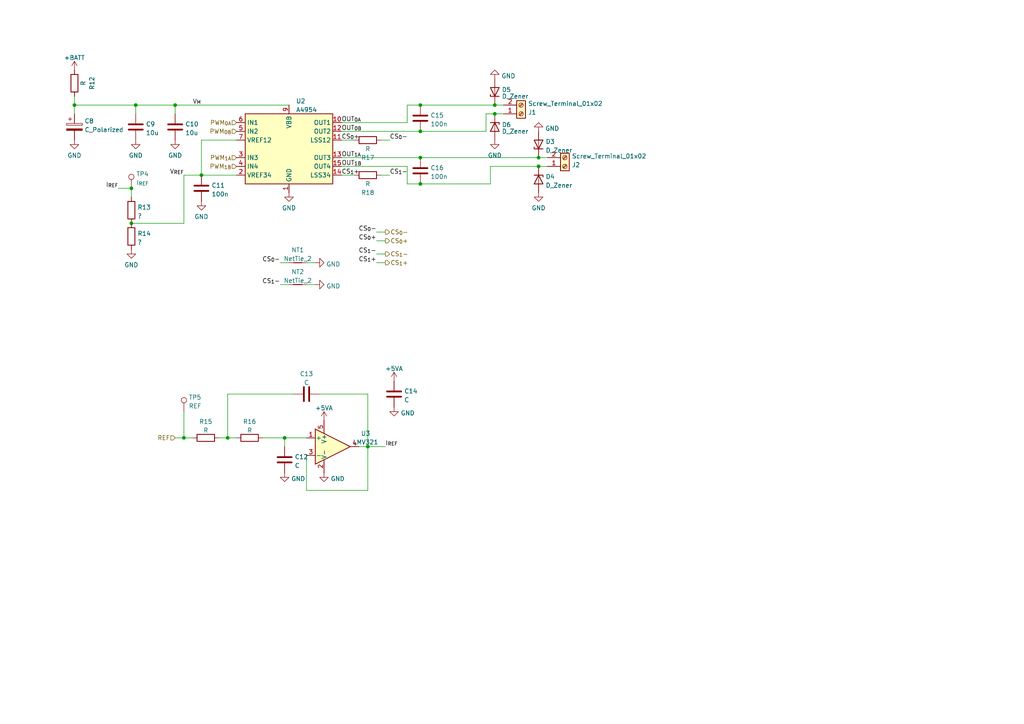
<source format=kicad_sch>
(kicad_sch (version 20230121) (generator eeschema)
  (paper "A4")
  (lib_symbols
    (symbol "Amplifier_Operational:LMV321" (pin_names (offset 0.127))
      (property "Reference" "U" (at 0 5.08 0))
      (property "Value" "LMV321" (at 0 -5.08 0))
      (symbol "LMV321_0_1"
        (polyline (pts (xy -5.08 5.08) (xy 5.08 0) (xy -5.08 -5.08) (xy -5.08 5.08)) (stroke (width 0.254)) (fill (type background)))
        (pin power_in line (at -2.54 -7.62 90) (length 3.81) (name "V-") (number "2"))
        (pin power_in line (at -2.54 7.62 270) (length 3.81) (name "V+") (number "5"))
      )
      (symbol "LMV321_1_1"
        (pin input line (at -7.62 2.54 0) (length 2.54) (name "+") (number "1"))
        (pin input line (at -7.62 -2.54 0) (length 2.54) (name "-") (number "3"))
        (pin output line (at 7.62 0 180) (length 2.54) (name "~") (number "4"))
      )
    )
    (symbol "Connector:Screw_Terminal_01x02" (pin_names (offset 1.016) hide)
      (property "Reference" "J" (at 0 2.54 0))
      (property "Value" "Screw_Terminal_01x02" (at 0 -5.08 0))
      (symbol "Screw_Terminal_01x02_1_1"
        (rectangle (start -1.27 1.27) (end 1.27 -3.81) (stroke (width 0.254)) (fill (type background)))
        (circle (center 0 -2.54) (radius 0.635) (stroke (width 0.1524)))
        (polyline (pts (xy -0.5334 -2.2098) (xy 0.3302 -3.048)) (stroke (width 0.1524)))
        (polyline (pts (xy -0.5334 0.3302) (xy 0.3302 -0.508)) (stroke (width 0.1524)))
        (polyline (pts (xy -0.3556 -2.032) (xy 0.508 -2.8702)) (stroke (width 0.1524)))
        (polyline (pts (xy -0.3556 0.508) (xy 0.508 -0.3302)) (stroke (width 0.1524)))
        (circle (center 0 0) (radius 0.635) (stroke (width 0.1524)))
        (pin passive line (at -5.08 0 0) (length 3.81) (name "Pin_1") (number "1"))
        (pin passive line (at -5.08 -2.54 0) (length 3.81) (name "Pin_2") (number "2"))
      )
    )
    (symbol "Connector:TestPoint" (pin_numbers hide) (pin_names (offset 0.762) hide)
      (property "Reference" "TP" (at 0 6.858 0))
      (property "Value" "TestPoint" (at 0 5.08 0))
      (symbol "TestPoint_0_1"
        (circle (center 0 3.302) (radius 0.762))
      )
      (symbol "TestPoint_1_1"
        (pin passive line (at 0 0 90) (length 2.54) (name "1") (number "1"))
      )
    )
    (symbol "Device:C" (pin_numbers hide) (pin_names (offset 0.254))
      (property "Reference" "C" (at 0.635 2.54 0))
      (property "Value" "C" (at 0.635 -2.54 0))
      (symbol "C_0_1"
        (polyline (pts (xy -2.032 -0.762) (xy 2.032 -0.762)) (stroke (width 0.508)))
        (polyline (pts (xy -2.032 0.762) (xy 2.032 0.762)) (stroke (width 0.508)))
      )
      (symbol "C_1_1"
        (pin passive line (at 0 3.81 270) (length 2.794) (name "~") (number "1"))
        (pin passive line (at 0 -3.81 90) (length 2.794) (name "~") (number "2"))
      )
    )
    (symbol "Device:C_Polarized" (pin_numbers hide) (pin_names (offset 0.254))
      (property "Reference" "C" (at 0.635 2.54 0))
      (property "Value" "C_Polarized" (at 0.635 -2.54 0))
      (symbol "C_Polarized_0_1"
        (rectangle (start -2.286 0.508) (end 2.286 1.016))
        (polyline (pts (xy -1.778 2.286) (xy -0.762 2.286)))
        (polyline (pts (xy -1.27 2.794) (xy -1.27 1.778)))
        (rectangle (start 2.286 -0.508) (end -2.286 -1.016) (fill (type outline)))
      )
      (symbol "C_Polarized_1_1"
        (pin passive line (at 0 3.81 270) (length 2.794) (name "~") (number "1"))
        (pin passive line (at 0 -3.81 90) (length 2.794) (name "~") (number "2"))
      )
    )
    (symbol "Device:D_Zener" (pin_numbers hide) (pin_names (offset 1.016) hide)
      (property "Reference" "D" (at 0 2.54 0))
      (property "Value" "D_Zener" (at 0 -2.54 0))
      (symbol "D_Zener_0_1"
        (polyline (pts (xy 1.27 0) (xy -1.27 0)))
        (polyline (pts (xy -1.27 -1.27) (xy -1.27 1.27) (xy -0.762 1.27)) (stroke (width 0.254)))
        (polyline (pts (xy 1.27 -1.27) (xy 1.27 1.27) (xy -1.27 0) (xy 1.27 -1.27)) (stroke (width 0.254)))
      )
      (symbol "D_Zener_1_1"
        (pin passive line (at -3.81 0 0) (length 2.54) (name "K") (number "1"))
        (pin passive line (at 3.81 0 180) (length 2.54) (name "A") (number "2"))
      )
    )
    (symbol "Device:NetTie_2" (pin_numbers hide) (pin_names (offset 0) hide)
      (property "Reference" "NT" (at 0 1.27 0))
      (property "Value" "NetTie_2" (at 0 -1.27 0))
      (symbol "NetTie_2_0_1"
        (polyline (pts (xy -1.27 0) (xy 1.27 0)) (stroke (width 0.254)))
      )
      (symbol "NetTie_2_1_1"
        (pin passive line (at -2.54 0 0) (length 2.54) (name "1") (number "1"))
        (pin passive line (at 2.54 0 180) (length 2.54) (name "2") (number "2"))
      )
    )
    (symbol "Device:R" (pin_numbers hide) (pin_names (offset 0))
      (property "Reference" "R" (at 2.032 0 90))
      (property "Value" "R" (at 0 0 90))
      (symbol "R_0_1"
        (rectangle (start -1.016 -2.54) (end 1.016 2.54) (stroke (width 0.254)))
      )
      (symbol "R_1_1"
        (pin passive line (at 0 3.81 270) (length 1.27) (name "~") (number "1"))
        (pin passive line (at 0 -3.81 90) (length 1.27) (name "~") (number "2"))
      )
    )
    (symbol "Driver_Motor:A4954"
      (property "Reference" "U" (at -11.43 11.43 0))
      (property "Value" "A4954" (at 10.16 11.43 0))
      (symbol "A4954_0_1"
        (rectangle (start -12.7 10.16) (end 12.7 -10.16) (stroke (width 0.254)) (fill (type background)))
      )
      (symbol "A4954_1_1"
        (pin power_in line (at 0 -12.7 90) (length 2.54) (name "GND") (number "1"))
        (pin power_out line (at 15.24 7.62 180) (length 2.54) (name "OUT1") (number "10"))
        (pin power_in line (at 15.24 2.54 180) (length 2.54) (name "LSS12") (number "11"))
        (pin power_out line (at 15.24 5.08 180) (length 2.54) (name "OUT2") (number "12"))
        (pin power_out line (at 15.24 -2.54 180) (length 2.54) (name "OUT3") (number "13"))
        (pin power_in line (at 15.24 -7.62 180) (length 2.54) (name "LSS34") (number "14"))
        (pin power_out line (at 15.24 -5.08 180) (length 2.54) (name "OUT4") (number "15"))
        (pin passive line (at 0 12.7 270) (length 2.54) hide (name "VBB") (number "16"))
        (pin passive line (at 0 -12.7 90) (length 2.54) hide (name "GND") (number "17"))
        (pin input line (at -15.24 -7.62 0) (length 2.54) (name "VREF34") (number "2"))
        (pin input line (at -15.24 -2.54 0) (length 2.54) (name "IN3") (number "3"))
        (pin input line (at -15.24 -5.08 0) (length 2.54) (name "IN4") (number "4"))
        (pin input line (at -15.24 5.08 0) (length 2.54) (name "IN2") (number "5"))
        (pin input line (at -15.24 7.62 0) (length 2.54) (name "IN1") (number "6"))
        (pin input line (at -15.24 2.54 0) (length 2.54) (name "VREF12") (number "7"))
        (pin passive line (at 0 -12.7 90) (length 2.54) hide (name "GND") (number "8"))
        (pin power_in line (at 0 12.7 270) (length 2.54) (name "VBB") (number "9"))
      )
    )
    (symbol "power:+5VA" (power) (pin_names (offset 0))
      (property "Value" "+5VA" (at 0 3.556 0))
      (symbol "+5VA_0_1"
        (polyline (pts (xy -0.762 1.27) (xy 0 2.54)))
        (polyline (pts (xy 0 0) (xy 0 2.54)))
        (polyline (pts (xy 0 2.54) (xy 0.762 1.27)))
      )
      (symbol "+5VA_1_1"
        (pin power_in line (at 0 0 90) (length 0) hide (name "+5VA") (number "1"))
      )
    )
    (symbol "power:+BATT" (power) (pin_names (offset 0))
      (property "Value" "+BATT" (at 0 3.556 0))
      (symbol "+BATT_0_1"
        (polyline (pts (xy -0.762 1.27) (xy 0 2.54)))
        (polyline (pts (xy 0 0) (xy 0 2.54)))
        (polyline (pts (xy 0 2.54) (xy 0.762 1.27)))
      )
      (symbol "+BATT_1_1"
        (pin power_in line (at 0 0 90) (length 0) hide (name "+BATT") (number "1"))
      )
    )
    (symbol "power:GND" (power) (pin_names (offset 0))
      (property "Value" "GND" (at 0 -3.81 0))
      (symbol "GND_0_1"
        (polyline (pts (xy 0 0) (xy 0 -1.27) (xy 1.27 -1.27) (xy 0 -2.54) (xy -1.27 -1.27) (xy 0 -1.27)))
      )
      (symbol "GND_1_1"
        (pin power_in line (at 0 0 270) (length 0) hide (name "GND") (number "1"))
      )
    )
  )
  (junction (at 121.92 38.1))
  (junction (at 53.34 127))
  (junction (at 106.68 129.54))
  (junction (at 66.04 127))
  (junction (at 58.42 50.8))
  (junction (at 156.21 48.26))
  (junction (at 38.1 64.77))
  (junction (at 121.92 30.48))
  (junction (at 50.8 30.48))
  (junction (at 143.51 33.02))
  (junction (at 39.37 30.48))
  (junction (at 143.51 30.48))
  (junction (at 21.59 30.48))
  (junction (at 121.92 45.72))
  (junction (at 156.21 45.72))
  (junction (at 82.55 127))
  (junction (at 38.1 54.61))
  (junction (at 121.92 53.34))
  (wire (pts (xy 53.34 119.38) (xy 53.34 127)))
  (wire (pts (xy 106.68 114.3) (xy 106.68 129.54)))
  (wire (pts (xy 109.22 76.2) (xy 111.76 76.2)))
  (wire (pts (xy 102.87 50.8) (xy 99.06 50.8)))
  (wire (pts (xy 21.59 27.94) (xy 21.59 30.48)))
  (wire (pts (xy 68.58 40.64) (xy 58.42 40.64)))
  (wire (pts (xy 99.06 38.1) (xy 121.92 38.1)))
  (wire (pts (xy 88.9 82.55) (xy 91.44 82.55)))
  (wire (pts (xy 118.11 30.48) (xy 118.11 35.56)))
  (wire (pts (xy 118.11 48.26) (xy 99.06 48.26)))
  (wire (pts (xy 88.9 76.2) (xy 91.44 76.2)))
  (wire (pts (xy 85.09 114.3) (xy 66.04 114.3)))
  (wire (pts (xy 81.28 82.55) (xy 83.82 82.55)))
  (wire (pts (xy 82.55 127) (xy 88.9 127)))
  (wire (pts (xy 92.71 114.3) (xy 106.68 114.3)))
  (wire (pts (xy 140.97 38.1) (xy 140.97 33.02)))
  (wire (pts (xy 121.92 30.48) (xy 118.11 30.48)))
  (wire (pts (xy 38.1 64.77) (xy 53.34 64.77)))
  (wire (pts (xy 118.11 53.34) (xy 118.11 48.26)))
  (wire (pts (xy 109.22 69.85) (xy 111.76 69.85)))
  (wire (pts (xy 143.51 30.48) (xy 146.05 30.48)))
  (wire (pts (xy 102.87 40.64) (xy 99.06 40.64)))
  (wire (pts (xy 140.97 33.02) (xy 143.51 33.02)))
  (wire (pts (xy 109.22 73.66) (xy 111.76 73.66)))
  (wire (pts (xy 121.92 45.72) (xy 156.21 45.72)))
  (wire (pts (xy 82.55 127) (xy 82.55 129.54)))
  (wire (pts (xy 66.04 127) (xy 68.58 127)))
  (wire (pts (xy 143.51 33.02) (xy 146.05 33.02)))
  (wire (pts (xy 34.29 54.61) (xy 38.1 54.61)))
  (wire (pts (xy 66.04 114.3) (xy 66.04 127)))
  (wire (pts (xy 50.8 30.48) (xy 50.8 33.02)))
  (wire (pts (xy 121.92 30.48) (xy 143.51 30.48)))
  (wire (pts (xy 88.9 142.24) (xy 106.68 142.24)))
  (wire (pts (xy 21.59 30.48) (xy 39.37 30.48)))
  (wire (pts (xy 21.59 30.48) (xy 21.59 33.02)))
  (wire (pts (xy 50.8 30.48) (xy 83.82 30.48)))
  (wire (pts (xy 88.9 132.08) (xy 88.9 142.24)))
  (wire (pts (xy 63.5 127) (xy 66.04 127)))
  (wire (pts (xy 81.28 76.2) (xy 83.82 76.2)))
  (wire (pts (xy 158.75 48.26) (xy 156.21 48.26)))
  (wire (pts (xy 156.21 48.26) (xy 142.24 48.26)))
  (wire (pts (xy 50.8 127) (xy 53.34 127)))
  (wire (pts (xy 106.68 142.24) (xy 106.68 129.54)))
  (wire (pts (xy 53.34 127) (xy 55.88 127)))
  (wire (pts (xy 76.2 127) (xy 82.55 127)))
  (wire (pts (xy 106.68 129.54) (xy 104.14 129.54)))
  (wire (pts (xy 39.37 30.48) (xy 50.8 30.48)))
  (wire (pts (xy 106.68 129.54) (xy 111.76 129.54)))
  (wire (pts (xy 121.92 53.34) (xy 118.11 53.34)))
  (wire (pts (xy 121.92 38.1) (xy 140.97 38.1)))
  (wire (pts (xy 58.42 40.64) (xy 58.42 50.8)))
  (wire (pts (xy 142.24 48.26) (xy 142.24 53.34)))
  (wire (pts (xy 53.34 50.8) (xy 53.34 64.77)))
  (wire (pts (xy 39.37 30.48) (xy 39.37 33.02)))
  (wire (pts (xy 118.11 35.56) (xy 99.06 35.56)))
  (wire (pts (xy 109.22 67.31) (xy 111.76 67.31)))
  (wire (pts (xy 121.92 53.34) (xy 142.24 53.34)))
  (wire (pts (xy 113.03 50.8) (xy 110.49 50.8)))
  (wire (pts (xy 156.21 45.72) (xy 158.75 45.72)))
  (wire (pts (xy 99.06 45.72) (xy 121.92 45.72)))
  (wire (pts (xy 113.03 40.64) (xy 110.49 40.64)))
  (wire (pts (xy 53.34 50.8) (xy 58.42 50.8)))
  (wire (pts (xy 38.1 54.61) (xy 38.1 57.15)))
  (wire (pts (xy 58.42 50.8) (xy 68.58 50.8)))
  (label "I_{REF}" (at 111.76 129.54 0))
  (label "OUT_{0A}" (at 99.06 35.56 0))
  (label "CS_{0}-" (at 113.03 40.64 0))
  (label "V_{M}" (at 55.88 30.48 0))
  (label "CS_{1}-" (at 81.28 82.55 180))
  (label "CS_{1}+" (at 109.22 76.2 180))
  (label "CS_{0}-" (at 109.22 67.31 180))
  (label "CS_{1}+" (at 99.06 50.8 0))
  (label "CS_{0}+" (at 99.06 40.64 0))
  (label "CS_{1}-" (at 113.03 50.8 0))
  (label "OUT_{1B}" (at 99.06 48.26 0))
  (label "CS_{1}-" (at 109.22 73.66 180))
  (label "OUT_{0B}" (at 99.06 38.1 0))
  (label "CS_{0}+" (at 109.22 69.85 180))
  (label "V_{REF}" (at 53.34 50.8 180))
  (label "OUT_{1A}" (at 99.06 45.72 0))
  (label "CS_{0}-" (at 81.28 76.2 180))
  (label "I_{REF}" (at 34.29 54.61 180))
  (hierarchical_label "PWM_{0B}" (shape input) (at 68.58 38.1 180))
  (hierarchical_label "CS_{0}-" (shape output) (at 111.76 67.31 0))
  (hierarchical_label "PWM_{1A}" (shape input) (at 68.58 45.72 180))
  (hierarchical_label "PWM_{1B}" (shape input) (at 68.58 48.26 180))
  (hierarchical_label "PWM_{0A}" (shape input) (at 68.58 35.56 180))
  (hierarchical_label "CS_{1}+" (shape output) (at 111.76 76.2 0))
  (hierarchical_label "CS_{0}+" (shape output) (at 111.76 69.85 0))
  (hierarchical_label "REF" (shape input) (at 50.8 127 180))
  (hierarchical_label "CS_{1}-" (shape output) (at 111.76 73.66 0))
  (symbol (lib_id "Device:D_Zener") (at 143.51 26.67 90) (unit 1)
    (property "Reference" "D5" (at 145.542 26.0263 90) (effects (justify right)))
    (property "Value" "D_Zener" (at 145.542 27.9473 90) (effects (justify right)))
    (property "Footprint" "Diode_SMD:D_SOD-123F" (effects hide))
  )
  (symbol (lib_id "Device:R") (at 106.68 50.8 90) (mirror x) (unit 1)
    (property "Reference" "R18" (at 106.68 55.88 90))
    (property "Value" "R" (at 106.68 53.34 90))
    (property "Footprint" "Resistor_SMD:R_0805_2012Metric" (effects hide))
  )
  (symbol (lib_id "Connector:TestPoint") (at 38.1 54.61 0) (unit 1)
    (property "Reference" "TP4" (at 39.497 50.4733 0) (effects (justify left)))
    (property "Value" "I_{REF}" (at 39.497 53.0102 0) (effects (justify left)))
    (property "Footprint" "prj_lib:TestPoint_THTPad_D1.0mm_Drill0.5mm" (effects hide))
  )
  (symbol (lib_id "Device:C") (at 114.3 114.3 180) (unit 1)
    (property "Reference" "C14" (at 117.221 113.4653 0) (effects (justify right)))
    (property "Value" "C" (at 117.221 116.0022 0) (effects (justify right)))
    (property "Footprint" "Capacitor_SMD:C_0402_1005Metric" (effects hide))
  )
  (symbol (lib_id "power:GND") (at 58.42 58.42 0) (unit 1)
    (property "Reference" "#PWR012" (effects hide))
    (property "Value" "GND" (at 58.42 62.8634 0))
  )
  (symbol (lib_id "power:GND") (at 143.51 22.86 180) (unit 1)
    (property "Reference" "#PWR021" (effects hide))
    (property "Value" "GND" (at 145.415 22.0238 0) (effects (justify right)))
  )
  (symbol (lib_id "Device:NetTie_2") (at 86.36 82.55 0) (unit 1)
    (property "Reference" "NT2" (at 86.36 78.8502 0))
    (property "Value" "NetTie_2" (at 86.36 81.3871 0))
    (property "Footprint" "NetTie:NetTie-2_SMD_Pad0.5mm" (effects hide))
  )
  (symbol (lib_id "Device:NetTie_2") (at 86.36 76.2 0) (unit 1)
    (property "Reference" "NT1" (at 86.36 72.5002 0))
    (property "Value" "NetTie_2" (at 86.36 75.0371 0))
    (property "Footprint" "NetTie:NetTie-2_SMD_Pad0.5mm" (effects hide))
  )
  (symbol (lib_id "Device:D_Zener") (at 143.51 36.83 270) (unit 1)
    (property "Reference" "D6" (at 145.542 36.1863 90) (effects (justify left)))
    (property "Value" "D_Zener" (at 145.542 38.1073 90) (effects (justify left)))
    (property "Footprint" "Diode_SMD:D_SOD-123F" (effects hide))
  )
  (symbol (lib_id "power:GND") (at 50.8 40.64 0) (unit 1)
    (property "Reference" "#PWR011" (effects hide))
    (property "Value" "GND" (at 50.8 45.0834 0))
  )
  (symbol (lib_id "power:+5VA") (at 93.98 121.92 0) (unit 1)
    (property "Reference" "#PWR017" (effects hide))
    (property "Value" "+5VA" (at 93.98 118.3442 0))
  )
  (symbol (lib_id "power:GND") (at 93.98 137.16 0) (unit 1)
    (property "Reference" "#PWR018" (effects hide))
    (property "Value" "GND" (at 95.885 138.8638 0) (effects (justify left)))
  )
  (symbol (lib_id "power:GND") (at 114.3 118.11 0) (unit 1)
    (property "Reference" "#PWR020" (effects hide))
    (property "Value" "GND" (at 116.205 119.8138 0) (effects (justify left)))
  )
  (symbol (lib_id "Device:R") (at 59.69 127 90) (unit 1)
    (property "Reference" "R15" (at 59.69 122.2842 90))
    (property "Value" "R" (at 59.69 124.8211 90))
    (property "Footprint" "Resistor_SMD:R_0402_1005Metric" (effects hide))
  )
  (symbol (lib_id "Connector:Screw_Terminal_01x02") (at 163.83 48.26 0) (mirror x) (unit 1)
    (property "Reference" "J2" (at 165.862 47.8247 0) (effects (justify left)))
    (property "Value" "Screw_Terminal_01x02" (at 165.862 45.2878 0) (effects (justify left)))
    (property "Footprint" "Connector_Phoenix_MC:PhoenixContact_MCV_1,5_2-G-3.81_1x02_P3.81mm_Vertical" (effects hide))
  )
  (symbol (lib_id "Connector:TestPoint") (at 53.34 119.38 0) (unit 1)
    (property "Reference" "TP5" (at 54.737 115.2433 0) (effects (justify left)))
    (property "Value" "REF" (at 54.737 117.7802 0) (effects (justify left)))
    (property "Footprint" "prj_lib:TestPoint_THTPad_D1.0mm_Drill0.5mm" (effects hide))
  )
  (symbol (lib_id "power:GND") (at 39.37 40.64 0) (unit 1)
    (property "Reference" "#PWR010" (effects hide))
    (property "Value" "GND" (at 39.37 45.0834 0))
  )
  (symbol (lib_id "Connector:Screw_Terminal_01x02") (at 151.13 33.02 0) (mirror x) (unit 1)
    (property "Reference" "J1" (at 153.162 32.5847 0) (effects (justify left)))
    (property "Value" "Screw_Terminal_01x02" (at 153.162 30.0478 0) (effects (justify left)))
    (property "Footprint" "Connector_Phoenix_MC:PhoenixContact_MCV_1,5_2-G-3.81_1x02_P3.81mm_Vertical" (effects hide))
  )
  (symbol (lib_id "power:GND") (at 91.44 82.55 90) (unit 1)
    (property "Reference" "#PWR016" (effects hide))
    (property "Value" "GND" (at 94.615 82.9838 90) (effects (justify right)))
  )
  (symbol (lib_id "power:GND") (at 143.51 40.64 0) (unit 1)
    (property "Reference" "#PWR022" (effects hide))
    (property "Value" "GND" (at 143.51 45.0834 0))
  )
  (symbol (lib_id "Device:R") (at 106.68 40.64 90) (mirror x) (unit 1)
    (property "Reference" "R17" (at 106.68 45.72 90))
    (property "Value" "R" (at 106.68 43.18 90))
    (property "Footprint" "Resistor_SMD:R_0805_2012Metric" (effects hide))
  )
  (symbol (lib_id "Device:R") (at 38.1 68.58 0) (unit 1)
    (property "Reference" "R14" (at 39.878 67.7453 0) (effects (justify left)))
    (property "Value" "?" (at 39.878 70.2822 0) (effects (justify left)))
    (property "Footprint" "Resistor_SMD:R_0402_1005Metric" (effects hide))
  )
  (symbol (lib_id "Device:C") (at 50.8 36.83 180) (unit 1)
    (property "Reference" "C10" (at 53.721 35.9953 0) (effects (justify right)))
    (property "Value" "10u" (at 53.721 38.5322 0) (effects (justify right)))
    (property "Footprint" "Capacitor_SMD:C_1206_3216Metric" (effects hide))
  )
  (symbol (lib_id "power:GND") (at 82.55 137.16 0) (unit 1)
    (property "Reference" "#PWR013" (effects hide))
    (property "Value" "GND" (at 84.455 138.8638 0) (effects (justify left)))
  )
  (symbol (lib_id "power:GND") (at 156.21 38.1 180) (unit 1)
    (property "Reference" "#PWR023" (effects hide))
    (property "Value" "GND" (at 158.115 37.2638 0) (effects (justify right)))
  )
  (symbol (lib_id "Device:C") (at 88.9 114.3 90) (unit 1)
    (property "Reference" "C13" (at 88.9 108.4412 90))
    (property "Value" "C" (at 88.9 110.9781 90))
    (property "Footprint" "Capacitor_SMD:C_0402_1005Metric" (effects hide))
  )
  (symbol (lib_id "power:GND") (at 21.59 40.64 0) (unit 1)
    (property "Reference" "#PWR08" (effects hide))
    (property "Value" "GND" (at 21.59 45.0834 0))
  )
  (symbol (lib_id "power:GND") (at 91.44 76.2 90) (unit 1)
    (property "Reference" "#PWR015" (effects hide))
    (property "Value" "GND" (at 94.615 76.6338 90) (effects (justify right)))
  )
  (symbol (lib_id "Device:C") (at 121.92 49.53 180) (unit 1)
    (property "Reference" "C16" (at 124.841 48.6953 0) (effects (justify right)))
    (property "Value" "100n" (at 124.841 51.2322 0) (effects (justify right)))
    (property "Footprint" "Capacitor_SMD:C_0805_2012Metric_Pad1.18x1.45mm_HandSolder" (effects hide))
  )
  (symbol (lib_id "power:GND") (at 38.1 72.39 0) (unit 1)
    (property "Reference" "#PWR09" (effects hide))
    (property "Value" "GND" (at 38.1 76.8334 0))
  )
  (symbol (lib_id "Device:R") (at 38.1 60.96 0) (unit 1)
    (property "Reference" "R13" (at 39.878 60.1253 0) (effects (justify left)))
    (property "Value" "?" (at 39.878 62.6622 0) (effects (justify left)))
    (property "Footprint" "Resistor_SMD:R_0402_1005Metric" (effects hide))
  )
  (symbol (lib_id "Device:R") (at 72.39 127 90) (unit 1)
    (property "Reference" "R16" (at 72.39 122.2842 90))
    (property "Value" "R" (at 72.39 124.8211 90))
    (property "Footprint" "Resistor_SMD:R_0402_1005Metric" (effects hide))
  )
  (symbol (lib_id "Device:C") (at 82.55 133.35 0) (unit 1)
    (property "Reference" "C12" (at 85.471 132.5153 0) (effects (justify left)))
    (property "Value" "C" (at 85.471 135.0522 0) (effects (justify left)))
    (property "Footprint" "Capacitor_SMD:C_0402_1005Metric" (effects hide))
  )
  (symbol (lib_id "Device:R") (at 21.59 24.13 0) (mirror x) (unit 1)
    (property "Reference" "R12" (at 26.67 24.13 90))
    (property "Value" "R" (at 24.13 24.13 90))
    (property "Footprint" "Resistor_SMD:R_2512_6332Metric" (effects hide))
  )
  (symbol (lib_id "Device:D_Zener") (at 156.21 41.91 90) (unit 1)
    (property "Reference" "D3" (at 158.242 41.0753 90) (effects (justify right)))
    (property "Value" "D_Zener" (at 158.242 43.6122 90) (effects (justify right)))
    (property "Footprint" "Diode_SMD:D_SOD-123F" (effects hide))
  )
  (symbol (lib_id "Device:C") (at 121.92 34.29 180) (unit 1)
    (property "Reference" "C15" (at 124.841 33.4553 0) (effects (justify right)))
    (property "Value" "100n" (at 124.841 35.9922 0) (effects (justify right)))
    (property "Footprint" "Capacitor_SMD:C_0805_2012Metric_Pad1.18x1.45mm_HandSolder" (effects hide))
  )
  (symbol (lib_id "Device:C") (at 58.42 54.61 180) (unit 1)
    (property "Reference" "C11" (at 61.341 53.7753 0) (effects (justify right)))
    (property "Value" "100n" (at 61.341 56.3122 0) (effects (justify right)))
    (property "Footprint" "Capacitor_SMD:C_0402_1005Metric" (effects hide))
  )
  (symbol (lib_id "power:GND") (at 83.82 55.88 0) (unit 1)
    (property "Reference" "#PWR014" (effects hide))
    (property "Value" "GND" (at 83.82 60.3234 0))
  )
  (symbol (lib_id "power:+BATT") (at 21.59 20.32 0) (unit 1)
    (property "Reference" "#PWR07" (effects hide))
    (property "Value" "+BATT" (at 21.59 16.7442 0))
  )
  (symbol (lib_id "Device:D_Zener") (at 156.21 52.07 270) (unit 1)
    (property "Reference" "D4" (at 158.242 51.2353 90) (effects (justify left)))
    (property "Value" "D_Zener" (at 158.242 53.7722 90) (effects (justify left)))
    (property "Footprint" "Diode_SMD:D_SOD-123F" (effects hide))
  )
  (symbol (lib_id "Device:C_Polarized") (at 21.59 36.83 0) (unit 1)
    (property "Reference" "C8" (at 24.511 35.1063 0) (effects (justify left)))
    (property "Value" "C_Polarized" (at 24.511 37.6432 0) (effects (justify left)))
    (property "Footprint" "Capacitor_THT:CP_Radial_D10.0mm_P5.00mm" (effects hide))
  )
  (symbol (lib_id "Device:C") (at 39.37 36.83 180) (unit 1)
    (property "Reference" "C9" (at 42.291 35.9953 0) (effects (justify right)))
    (property "Value" "10u" (at 42.291 38.5322 0) (effects (justify right)))
    (property "Footprint" "Capacitor_SMD:C_1206_3216Metric" (effects hide))
  )
  (symbol (lib_id "Amplifier_Operational:LMV321") (at 96.52 129.54 0) (unit 1)
    (property "Reference" "U3" (at 106.0397 125.7133 0))
    (property "Value" "LMV321" (at 106.0397 128.2502 0))
    (property "Footprint" "Package_TO_SOT_SMD:SOT-353_SC-70-5" (effects hide))
    (property "Datasheet" "http://www.ti.com/lit/ds/symlink/lmv324.pdf" (effects hide))
  )
  (symbol (lib_id "power:GND") (at 156.21 55.88 0) (unit 1)
    (property "Reference" "#PWR024" (effects hide))
    (property "Value" "GND" (at 156.21 60.3234 0))
  )
  (symbol (lib_id "Driver_Motor:A4954") (at 83.82 43.18 0) (unit 1)
    (property "Reference" "U2" (at 85.8394 29.3202 0) (effects (justify left)))
    (property "Value" "A4954" (at 85.8394 31.8571 0) (effects (justify left)))
    (property "Footprint" "prj_lib:TSSOP-16-1EP_4.4x5mm_P0.65mm_EP3x3mm_ThermalVias" (effects hide))
    (property "Datasheet" "https://www.allegromicro.com/-/media/Files/Datasheets/A4954-Datasheet.ashx" (effects hide))
  )
  (symbol (lib_id "power:+5VA") (at 114.3 110.49 0) (unit 1)
    (property "Reference" "#PWR019" (effects hide))
    (property "Value" "+5VA" (at 114.3 106.9142 0))
  )
)
</source>
